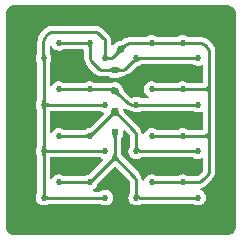
<source format=gtl>
G04 Layer: TopLayer*
G04 EasyEDA v6.5.40, 2024-02-17 19:59:00*
G04 9a5be75d700b4a6385dc1106f27949ae,10*
G04 Gerber Generator version 0.2*
G04 Scale: 100 percent, Rotated: No, Reflected: No *
G04 Dimensions in millimeters *
G04 leading zeros omitted , absolute positions ,4 integer and 5 decimal *
%FSLAX45Y45*%
%MOMM*%

%ADD10C,0.2200*%
%ADD11C,0.5250*%
%ADD12C,0.6200*%

%LPD*%
G36*
X101244Y-1974088D02*
G01*
X88747Y-1973122D01*
X78486Y-1970786D01*
X68630Y-1966975D01*
X59385Y-1961845D01*
X51003Y-1955444D01*
X43637Y-1947875D01*
X37388Y-1939391D01*
X32410Y-1930044D01*
X28803Y-1920138D01*
X26670Y-1909825D01*
X25908Y-1898751D01*
X25908Y-101244D01*
X26873Y-88747D01*
X29209Y-78486D01*
X33020Y-68630D01*
X38150Y-59385D01*
X44551Y-51003D01*
X52120Y-43637D01*
X60604Y-37388D01*
X69951Y-32410D01*
X79857Y-28803D01*
X90170Y-26670D01*
X101244Y-25908D01*
X1898751Y-25908D01*
X1911248Y-26873D01*
X1921510Y-29209D01*
X1931365Y-33020D01*
X1940610Y-38150D01*
X1948992Y-44551D01*
X1956358Y-52120D01*
X1962607Y-60604D01*
X1967585Y-69951D01*
X1971192Y-79857D01*
X1973325Y-90170D01*
X1974088Y-101244D01*
X1974088Y-1898751D01*
X1973122Y-1911248D01*
X1970786Y-1921510D01*
X1966975Y-1931365D01*
X1961845Y-1940610D01*
X1955444Y-1948992D01*
X1947875Y-1956358D01*
X1939391Y-1962607D01*
X1930044Y-1967585D01*
X1920138Y-1971192D01*
X1909825Y-1973325D01*
X1898751Y-1974088D01*
G37*

%LPC*%
G36*
X342798Y-1722069D02*
G01*
X353517Y-1721612D01*
X364083Y-1719478D01*
X374091Y-1715668D01*
X383387Y-1710334D01*
X387807Y-1707489D01*
X391210Y-1706880D01*
X822858Y-1706880D01*
X825906Y-1707337D01*
X828649Y-1708708D01*
X835152Y-1713179D01*
X844854Y-1717802D01*
X855167Y-1720748D01*
X865835Y-1722069D01*
X876553Y-1721612D01*
X887069Y-1719478D01*
X897077Y-1715668D01*
X906424Y-1710334D01*
X914704Y-1703527D01*
X921816Y-1695500D01*
X927557Y-1686407D01*
X931773Y-1676501D01*
X934364Y-1666087D01*
X935228Y-1655419D01*
X934364Y-1644700D01*
X931773Y-1634286D01*
X927557Y-1624380D01*
X921816Y-1615287D01*
X914704Y-1607261D01*
X906424Y-1600504D01*
X897077Y-1595120D01*
X887069Y-1591310D01*
X876553Y-1589176D01*
X865835Y-1588719D01*
X855167Y-1590040D01*
X844854Y-1592986D01*
X835152Y-1597609D01*
X828649Y-1602079D01*
X825906Y-1603451D01*
X822858Y-1603908D01*
X773480Y-1603908D01*
X769213Y-1602943D01*
X765708Y-1600250D01*
X763676Y-1596339D01*
X763473Y-1591970D01*
X765149Y-1587906D01*
X768400Y-1584909D01*
X776376Y-1580286D01*
X784707Y-1573530D01*
X791819Y-1565503D01*
X797560Y-1556410D01*
X801776Y-1546504D01*
X805281Y-1532331D01*
X807313Y-1529435D01*
X942797Y-1393952D01*
X946099Y-1391716D01*
X950010Y-1390954D01*
X953871Y-1391716D01*
X957173Y-1393952D01*
X1066190Y-1502968D01*
X1067460Y-1504492D01*
X1072743Y-1512417D01*
X1073708Y-1514195D01*
X1077366Y-1522984D01*
X1077925Y-1524914D01*
X1079804Y-1534261D01*
X1080008Y-1536242D01*
X1080008Y-1609852D01*
X1079449Y-1613052D01*
X1077925Y-1615948D01*
X1075080Y-1619758D01*
X1070102Y-1629257D01*
X1066698Y-1639417D01*
X1064971Y-1650034D01*
X1064971Y-1660753D01*
X1066698Y-1671370D01*
X1070102Y-1681530D01*
X1075080Y-1691081D01*
X1081532Y-1699666D01*
X1089304Y-1707083D01*
X1098143Y-1713179D01*
X1107846Y-1717802D01*
X1118158Y-1720748D01*
X1128826Y-1722069D01*
X1139545Y-1721612D01*
X1150061Y-1719478D01*
X1160119Y-1715668D01*
X1169416Y-1710334D01*
X1173784Y-1707489D01*
X1177188Y-1706880D01*
X1608886Y-1706880D01*
X1611884Y-1707337D01*
X1614627Y-1708708D01*
X1621129Y-1713179D01*
X1630832Y-1717802D01*
X1641144Y-1720748D01*
X1651812Y-1722069D01*
X1662531Y-1721612D01*
X1673047Y-1719478D01*
X1683105Y-1715668D01*
X1692402Y-1710334D01*
X1700733Y-1703527D01*
X1707845Y-1695500D01*
X1713585Y-1686407D01*
X1717802Y-1676501D01*
X1720342Y-1666087D01*
X1721205Y-1655419D01*
X1720342Y-1644700D01*
X1717802Y-1634286D01*
X1713585Y-1624380D01*
X1707845Y-1615287D01*
X1700733Y-1607261D01*
X1692402Y-1600504D01*
X1683105Y-1595120D01*
X1679346Y-1593697D01*
X1675841Y-1591462D01*
X1673504Y-1588008D01*
X1672793Y-1583893D01*
X1673758Y-1579829D01*
X1676247Y-1576527D01*
X1679905Y-1574495D01*
X1685239Y-1572818D01*
X1702663Y-1565503D01*
X1710639Y-1560931D01*
X1717852Y-1554886D01*
X1766976Y-1505864D01*
X1773275Y-1498447D01*
X1782876Y-1484172D01*
X1787550Y-1475638D01*
X1794154Y-1459788D01*
X1797100Y-1450543D01*
X1800707Y-1432458D01*
X1801571Y-1422755D01*
X1801571Y-430479D01*
X1800707Y-420776D01*
X1796999Y-402082D01*
X1794306Y-392684D01*
X1786991Y-375107D01*
X1782521Y-366471D01*
X1771954Y-350621D01*
X1765807Y-343001D01*
X1752346Y-329488D01*
X1744878Y-323240D01*
X1729079Y-312674D01*
X1720494Y-307949D01*
X1702917Y-300634D01*
X1693621Y-297738D01*
X1674977Y-293979D01*
X1663954Y-292912D01*
X1570228Y-292912D01*
X1566824Y-292303D01*
X1562404Y-289509D01*
X1553108Y-284124D01*
X1543050Y-280314D01*
X1532534Y-278180D01*
X1521815Y-277723D01*
X1511147Y-279044D01*
X1500835Y-281990D01*
X1491132Y-286613D01*
X1484630Y-291084D01*
X1481886Y-292455D01*
X1478889Y-292912D01*
X1307185Y-292912D01*
X1303782Y-292303D01*
X1299413Y-289509D01*
X1290116Y-284124D01*
X1280058Y-280314D01*
X1269542Y-278180D01*
X1258824Y-277723D01*
X1248156Y-279044D01*
X1237843Y-281990D01*
X1228140Y-286613D01*
X1221638Y-291084D01*
X1218895Y-292455D01*
X1215898Y-292912D01*
X1086002Y-292912D01*
X1076299Y-293725D01*
X1057605Y-297434D01*
X1048258Y-300177D01*
X1030630Y-307441D01*
X1021943Y-311962D01*
X1011072Y-319074D01*
X1006246Y-321868D01*
X998067Y-325475D01*
X975055Y-332994D01*
X967638Y-336245D01*
X957986Y-342188D01*
X949452Y-349453D01*
X942187Y-357987D01*
X938834Y-363423D01*
X935837Y-366572D01*
X931773Y-368147D01*
X927404Y-367893D01*
X923594Y-365861D01*
X920953Y-362356D01*
X919987Y-358140D01*
X919987Y-323545D01*
X918768Y-314299D01*
X915924Y-305308D01*
X910437Y-292201D01*
X905814Y-284226D01*
X899769Y-277012D01*
X855878Y-233019D01*
X848461Y-226720D01*
X834186Y-217119D01*
X825652Y-212445D01*
X809802Y-205841D01*
X800557Y-202895D01*
X782472Y-199288D01*
X772769Y-198424D01*
X429920Y-198424D01*
X420217Y-199288D01*
X401878Y-202895D01*
X392480Y-205638D01*
X375208Y-212801D01*
X366572Y-217271D01*
X350977Y-227685D01*
X343408Y-233781D01*
X330149Y-246989D01*
X323850Y-254457D01*
X313486Y-270002D01*
X308762Y-278587D01*
X301599Y-295859D01*
X298653Y-305155D01*
X294995Y-323443D01*
X293928Y-334467D01*
X293928Y-428904D01*
X293420Y-432155D01*
X291896Y-435000D01*
X289102Y-438759D01*
X284124Y-448259D01*
X280720Y-458419D01*
X278993Y-469036D01*
X278993Y-479755D01*
X280720Y-490372D01*
X284124Y-500532D01*
X289102Y-510082D01*
X291947Y-513892D01*
X293471Y-516737D01*
X294030Y-519988D01*
X294030Y-821791D01*
X293471Y-825042D01*
X291947Y-827938D01*
X289102Y-831748D01*
X284124Y-841248D01*
X280720Y-851408D01*
X278993Y-862025D01*
X278993Y-872744D01*
X280720Y-883361D01*
X284124Y-893571D01*
X289102Y-903071D01*
X291947Y-906881D01*
X293471Y-909777D01*
X294030Y-912977D01*
X294030Y-1216812D01*
X293471Y-1220012D01*
X291947Y-1222908D01*
X289102Y-1226718D01*
X284124Y-1236268D01*
X280720Y-1246428D01*
X278993Y-1257046D01*
X278993Y-1267764D01*
X280720Y-1278382D01*
X284124Y-1288542D01*
X289102Y-1298041D01*
X291947Y-1301851D01*
X293471Y-1304747D01*
X294030Y-1307998D01*
X294030Y-1609801D01*
X293471Y-1613052D01*
X291947Y-1615897D01*
X289102Y-1619758D01*
X284124Y-1629257D01*
X280720Y-1639417D01*
X278993Y-1650034D01*
X278993Y-1660753D01*
X280720Y-1671370D01*
X284124Y-1681530D01*
X289102Y-1691081D01*
X295554Y-1699666D01*
X303276Y-1707083D01*
X312115Y-1713179D01*
X321818Y-1717802D01*
X332130Y-1720748D01*
G37*

%LPD*%
G36*
X1177188Y-815898D02*
G01*
X1173784Y-815289D01*
X1169416Y-812495D01*
X1160119Y-807110D01*
X1150061Y-803300D01*
X1139545Y-801166D01*
X1128826Y-800709D01*
X1118158Y-802030D01*
X1107846Y-805027D01*
X1098143Y-809599D01*
X1095959Y-811123D01*
X1092301Y-812698D01*
X1088288Y-812698D01*
X1083818Y-810666D01*
X1082243Y-809447D01*
X1030732Y-757885D01*
X1026312Y-752957D01*
X1024077Y-748842D01*
X1020419Y-735634D01*
X1016965Y-724966D01*
X1013764Y-717651D01*
X1007821Y-707999D01*
X1000556Y-699465D01*
X992022Y-692200D01*
X982471Y-686308D01*
X972108Y-682040D01*
X961237Y-679399D01*
X949198Y-678535D01*
X939139Y-679043D01*
X930249Y-680059D01*
X922324Y-681431D01*
X906068Y-684784D01*
X897128Y-685749D01*
X890066Y-685901D01*
X784199Y-685901D01*
X780796Y-685292D01*
X776376Y-682498D01*
X767080Y-677113D01*
X757072Y-673303D01*
X746556Y-671169D01*
X735787Y-670712D01*
X725170Y-672033D01*
X714857Y-675030D01*
X705154Y-679602D01*
X698601Y-684123D01*
X695858Y-685444D01*
X692861Y-685901D01*
X521208Y-685901D01*
X517804Y-685292D01*
X513384Y-682498D01*
X504088Y-677113D01*
X494080Y-673303D01*
X483565Y-671169D01*
X472795Y-670712D01*
X462127Y-672033D01*
X451815Y-675030D01*
X442112Y-679602D01*
X433324Y-685698D01*
X425551Y-693166D01*
X419100Y-701751D01*
X416204Y-707288D01*
X413308Y-710692D01*
X409194Y-712520D01*
X404774Y-712470D01*
X400761Y-710438D01*
X398018Y-706932D01*
X397002Y-702564D01*
X397002Y-520293D01*
X397408Y-517448D01*
X398576Y-514858D01*
X404571Y-505409D01*
X408787Y-495503D01*
X411378Y-485089D01*
X412242Y-474421D01*
X411378Y-463702D01*
X408787Y-453288D01*
X404571Y-443382D01*
X398526Y-433832D01*
X397357Y-431190D01*
X396951Y-428396D01*
X396951Y-379069D01*
X397916Y-374700D01*
X400659Y-371195D01*
X404672Y-369214D01*
X409143Y-369112D01*
X413207Y-370941D01*
X416102Y-374345D01*
X419100Y-380085D01*
X425551Y-388620D01*
X433324Y-396087D01*
X442112Y-402183D01*
X451815Y-406806D01*
X462127Y-409752D01*
X472795Y-411073D01*
X483565Y-410616D01*
X494080Y-408482D01*
X504088Y-404672D01*
X513384Y-399288D01*
X517804Y-396494D01*
X521208Y-395884D01*
X676859Y-395884D01*
X680720Y-396697D01*
X684022Y-398881D01*
X686206Y-402183D01*
X687019Y-406044D01*
X687019Y-454914D01*
X687832Y-464616D01*
X691946Y-485241D01*
X694639Y-494639D01*
X702716Y-514045D01*
X707186Y-522681D01*
X718820Y-540156D01*
X725881Y-548741D01*
X783437Y-606247D01*
X790854Y-611886D01*
X799185Y-616254D01*
X816356Y-623316D01*
X825246Y-625652D01*
X834593Y-626516D01*
X887374Y-626516D01*
X893978Y-626872D01*
X898448Y-628192D01*
X910386Y-634949D01*
X920394Y-640029D01*
X927811Y-642924D01*
X938834Y-645566D01*
X950010Y-646480D01*
X961186Y-645566D01*
X972108Y-642975D01*
X982929Y-638454D01*
X998474Y-630580D01*
X1007364Y-626770D01*
X1015441Y-624535D01*
X1028496Y-621842D01*
X1037894Y-619099D01*
X1056030Y-611632D01*
X1064666Y-607110D01*
X1080922Y-596290D01*
X1089456Y-589280D01*
X1135583Y-543153D01*
X1137920Y-541426D01*
X1140714Y-540410D01*
X1150061Y-538480D01*
X1160119Y-534670D01*
X1169416Y-529336D01*
X1173784Y-526491D01*
X1177188Y-525881D01*
X1608886Y-525881D01*
X1611884Y-526338D01*
X1614627Y-527710D01*
X1621129Y-532180D01*
X1630832Y-536803D01*
X1641144Y-539750D01*
X1651812Y-541070D01*
X1662531Y-540613D01*
X1673047Y-538480D01*
X1683308Y-534568D01*
X1687322Y-533247D01*
X1691538Y-533704D01*
X1695196Y-535787D01*
X1697685Y-539242D01*
X1698548Y-543356D01*
X1698548Y-675741D01*
X1697786Y-679653D01*
X1695551Y-682904D01*
X1692300Y-685139D01*
X1688388Y-685901D01*
X1570228Y-685901D01*
X1566824Y-685292D01*
X1562404Y-682498D01*
X1553108Y-677113D01*
X1543050Y-673303D01*
X1532534Y-671169D01*
X1521815Y-670712D01*
X1511147Y-672033D01*
X1500835Y-675030D01*
X1491132Y-679602D01*
X1484630Y-684123D01*
X1481886Y-685444D01*
X1478838Y-685901D01*
X1307236Y-685901D01*
X1303782Y-685292D01*
X1299413Y-682498D01*
X1290116Y-677113D01*
X1280058Y-673303D01*
X1269542Y-671169D01*
X1258824Y-670712D01*
X1248156Y-672033D01*
X1237843Y-675030D01*
X1228140Y-679602D01*
X1219301Y-685698D01*
X1211580Y-693166D01*
X1205128Y-701751D01*
X1200099Y-711250D01*
X1196695Y-721410D01*
X1194968Y-732028D01*
X1194968Y-742746D01*
X1196695Y-753364D01*
X1200099Y-763574D01*
X1205128Y-773074D01*
X1211580Y-781659D01*
X1219301Y-789076D01*
X1228140Y-795172D01*
X1231036Y-796544D01*
X1234186Y-798880D01*
X1236218Y-802182D01*
X1236827Y-806043D01*
X1236014Y-809853D01*
X1233779Y-813053D01*
X1230528Y-815136D01*
X1226667Y-815898D01*
G37*

%LPD*%
G36*
X409194Y-1107541D02*
G01*
X404774Y-1107440D01*
X400761Y-1105458D01*
X398018Y-1101953D01*
X397002Y-1097584D01*
X397002Y-929081D01*
X397814Y-925169D01*
X399999Y-921918D01*
X403301Y-919683D01*
X407162Y-918921D01*
X822909Y-918921D01*
X825906Y-919378D01*
X828649Y-920699D01*
X835152Y-925169D01*
X844854Y-929792D01*
X849680Y-931164D01*
X853338Y-933145D01*
X855929Y-936447D01*
X856996Y-940511D01*
X856335Y-944626D01*
X854049Y-948131D01*
X738987Y-1063142D01*
X736244Y-1065123D01*
X733044Y-1066088D01*
X725170Y-1067003D01*
X714857Y-1070000D01*
X705154Y-1074623D01*
X698652Y-1079093D01*
X695858Y-1080465D01*
X692861Y-1080922D01*
X521208Y-1080922D01*
X517804Y-1080312D01*
X513384Y-1077468D01*
X504088Y-1072134D01*
X494080Y-1068324D01*
X483565Y-1066139D01*
X472795Y-1065733D01*
X462127Y-1067003D01*
X451815Y-1070000D01*
X442112Y-1074623D01*
X433324Y-1080719D01*
X425551Y-1088136D01*
X419100Y-1096721D01*
X416204Y-1102309D01*
X413308Y-1105712D01*
G37*

%LPD*%
G36*
X1187500Y-1120140D02*
G01*
X1183284Y-1118920D01*
X1179982Y-1116025D01*
X1178204Y-1111961D01*
X1175156Y-1100988D01*
X1166723Y-1080668D01*
X1162202Y-1071981D01*
X1150010Y-1053693D01*
X1143000Y-1045159D01*
X1031087Y-933246D01*
X1026312Y-927963D01*
X1024077Y-923848D01*
X1021384Y-913993D01*
X1021080Y-910082D01*
X1022299Y-906322D01*
X1024890Y-903325D01*
X1028395Y-901547D01*
X1032306Y-901242D01*
X1036066Y-902411D01*
X1042365Y-905865D01*
X1056792Y-911860D01*
X1066088Y-914806D01*
X1081379Y-917854D01*
X1086154Y-918362D01*
X1088593Y-918971D01*
X1090828Y-920140D01*
X1098143Y-925169D01*
X1107846Y-929792D01*
X1118158Y-932789D01*
X1128826Y-934059D01*
X1139545Y-933653D01*
X1150061Y-931468D01*
X1160119Y-927658D01*
X1169416Y-922324D01*
X1173784Y-919530D01*
X1177188Y-918921D01*
X1608886Y-918921D01*
X1611934Y-919378D01*
X1614678Y-920699D01*
X1621129Y-925169D01*
X1630832Y-929792D01*
X1641144Y-932789D01*
X1651812Y-934059D01*
X1662531Y-933653D01*
X1673047Y-931468D01*
X1683308Y-927557D01*
X1687322Y-926236D01*
X1691538Y-926693D01*
X1695196Y-928827D01*
X1697685Y-932230D01*
X1698548Y-936345D01*
X1698548Y-1070762D01*
X1697786Y-1074623D01*
X1695551Y-1077925D01*
X1692300Y-1080109D01*
X1688388Y-1080922D01*
X1570228Y-1080922D01*
X1566773Y-1080312D01*
X1562404Y-1077468D01*
X1553108Y-1072134D01*
X1543050Y-1068324D01*
X1532534Y-1066139D01*
X1521815Y-1065733D01*
X1511147Y-1067003D01*
X1500835Y-1070000D01*
X1491132Y-1074623D01*
X1484630Y-1079093D01*
X1481886Y-1080465D01*
X1478838Y-1080922D01*
X1307185Y-1080922D01*
X1303782Y-1080312D01*
X1299413Y-1077468D01*
X1290116Y-1072134D01*
X1280058Y-1068324D01*
X1269542Y-1066139D01*
X1258824Y-1065733D01*
X1248156Y-1067003D01*
X1237843Y-1070000D01*
X1228140Y-1074623D01*
X1219301Y-1080719D01*
X1211580Y-1088136D01*
X1205128Y-1096721D01*
X1200099Y-1106220D01*
X1197813Y-1113231D01*
X1195527Y-1116990D01*
X1191869Y-1119428D01*
G37*

%LPD*%
G36*
X409194Y-1500530D02*
G01*
X404774Y-1500428D01*
X400761Y-1498447D01*
X398018Y-1494942D01*
X397002Y-1490573D01*
X397002Y-1324051D01*
X397814Y-1320190D01*
X399999Y-1316888D01*
X403301Y-1314704D01*
X407162Y-1313891D01*
X822909Y-1313891D01*
X825906Y-1314348D01*
X828649Y-1315720D01*
X835152Y-1320190D01*
X844956Y-1324813D01*
X848614Y-1326794D01*
X851204Y-1330096D01*
X852271Y-1334109D01*
X851611Y-1338275D01*
X849274Y-1341780D01*
X734314Y-1456740D01*
X731570Y-1458671D01*
X728370Y-1459636D01*
X725170Y-1460042D01*
X714857Y-1462989D01*
X705154Y-1467612D01*
X698652Y-1472082D01*
X695909Y-1473454D01*
X692861Y-1473911D01*
X521208Y-1473911D01*
X517804Y-1473301D01*
X513384Y-1470507D01*
X504088Y-1465122D01*
X494080Y-1461312D01*
X483565Y-1459179D01*
X472795Y-1458722D01*
X462127Y-1460042D01*
X451815Y-1462989D01*
X442112Y-1467612D01*
X433324Y-1473708D01*
X425551Y-1481175D01*
X419100Y-1489710D01*
X416204Y-1495298D01*
X413308Y-1498701D01*
G37*

%LPD*%
G36*
X1188008Y-1511604D02*
G01*
X1183792Y-1510385D01*
X1180490Y-1507490D01*
X1178712Y-1503426D01*
X1177848Y-1499260D01*
X1175156Y-1489913D01*
X1166723Y-1469542D01*
X1162202Y-1460906D01*
X1150010Y-1442618D01*
X1143000Y-1434033D01*
X1006398Y-1297482D01*
X1003706Y-1293774D01*
X1002182Y-1290116D01*
X1001521Y-1285646D01*
X1001521Y-1163167D01*
X1001877Y-1156055D01*
X1003198Y-1151534D01*
X1009954Y-1139647D01*
X1015034Y-1129690D01*
X1017981Y-1122172D01*
X1020622Y-1111199D01*
X1021486Y-1100023D01*
X1021029Y-1094181D01*
X1021537Y-1090117D01*
X1023619Y-1086561D01*
X1026921Y-1084122D01*
X1030884Y-1083208D01*
X1034897Y-1083919D01*
X1038352Y-1086205D01*
X1066190Y-1114044D01*
X1067460Y-1115568D01*
X1072743Y-1123492D01*
X1073708Y-1125270D01*
X1077366Y-1134059D01*
X1077925Y-1135989D01*
X1079804Y-1145336D01*
X1080008Y-1147318D01*
X1080008Y-1216863D01*
X1079449Y-1220063D01*
X1077925Y-1222959D01*
X1075080Y-1226718D01*
X1070102Y-1236268D01*
X1066698Y-1246428D01*
X1064971Y-1257046D01*
X1064971Y-1267764D01*
X1066698Y-1278382D01*
X1070102Y-1288542D01*
X1075080Y-1298041D01*
X1081532Y-1306626D01*
X1089304Y-1314094D01*
X1098143Y-1320190D01*
X1107846Y-1324762D01*
X1118158Y-1327759D01*
X1128826Y-1329080D01*
X1139545Y-1328623D01*
X1150061Y-1326489D01*
X1160119Y-1322679D01*
X1169416Y-1317294D01*
X1173784Y-1314500D01*
X1177188Y-1313891D01*
X1608886Y-1313891D01*
X1611884Y-1314348D01*
X1614678Y-1315720D01*
X1621129Y-1320190D01*
X1630832Y-1324762D01*
X1641144Y-1327759D01*
X1651812Y-1329080D01*
X1662531Y-1328623D01*
X1673047Y-1326489D01*
X1683308Y-1322578D01*
X1687322Y-1321257D01*
X1691538Y-1321714D01*
X1695196Y-1323797D01*
X1697685Y-1327200D01*
X1698548Y-1331366D01*
X1698548Y-1417066D01*
X1697482Y-1423568D01*
X1695094Y-1429715D01*
X1691589Y-1435303D01*
X1690319Y-1436827D01*
X1656130Y-1470914D01*
X1652828Y-1473098D01*
X1648968Y-1473911D01*
X1570177Y-1473911D01*
X1566773Y-1473301D01*
X1562404Y-1470507D01*
X1553108Y-1465122D01*
X1543050Y-1461312D01*
X1532534Y-1459179D01*
X1521815Y-1458722D01*
X1511147Y-1460042D01*
X1500835Y-1462989D01*
X1491132Y-1467612D01*
X1484630Y-1472082D01*
X1481886Y-1473454D01*
X1478889Y-1473911D01*
X1307185Y-1473911D01*
X1303782Y-1473301D01*
X1299413Y-1470507D01*
X1290116Y-1465122D01*
X1280058Y-1461312D01*
X1269542Y-1459179D01*
X1258824Y-1458722D01*
X1248156Y-1460042D01*
X1237843Y-1462989D01*
X1228140Y-1467612D01*
X1219301Y-1473708D01*
X1211580Y-1481175D01*
X1205128Y-1489710D01*
X1200099Y-1499260D01*
X1198321Y-1504696D01*
X1196035Y-1508455D01*
X1192377Y-1510944D01*
G37*

%LPD*%
G36*
X936498Y-547065D02*
G01*
X916686Y-558038D01*
X912368Y-560070D01*
X907643Y-561695D01*
X902208Y-562965D01*
X895807Y-563727D01*
X887984Y-563981D01*
X887984Y-585978D01*
X895807Y-586282D01*
X902258Y-587044D01*
X907643Y-588264D01*
X912368Y-589940D01*
X916686Y-591972D01*
X936498Y-602894D01*
X965504Y-574954D01*
G37*
G36*
X963523Y-547065D02*
G01*
X934516Y-574954D01*
X963523Y-602894D01*
X984250Y-592429D01*
X988771Y-590448D01*
X993648Y-588619D01*
X999236Y-586892D01*
X1005890Y-585165D01*
X1013917Y-583438D01*
X1009650Y-561848D01*
X1002385Y-562914D01*
X996340Y-562914D01*
X991209Y-562102D01*
X986688Y-560578D01*
X982522Y-558495D01*
X969162Y-550113D01*
G37*
G36*
X948994Y-719023D02*
G01*
X941425Y-719480D01*
X935024Y-720293D01*
X913333Y-724662D01*
X907034Y-725576D01*
X899617Y-726186D01*
X890676Y-726440D01*
X890676Y-748436D01*
X897026Y-748690D01*
X902258Y-749604D01*
X906678Y-751027D01*
X910386Y-753008D01*
X913637Y-755446D01*
X916686Y-758444D01*
X926337Y-770026D01*
X964184Y-756310D01*
G37*
G36*
X939037Y-739038D02*
G01*
X939850Y-779272D01*
X946200Y-781354D01*
X961593Y-785571D01*
X966063Y-787196D01*
X970584Y-789330D01*
X975258Y-792327D01*
X980389Y-796340D01*
X986078Y-801624D01*
X1001623Y-786079D01*
X996340Y-780389D01*
X992327Y-775258D01*
X989330Y-770585D01*
X987196Y-766064D01*
X985570Y-761593D01*
X981354Y-746201D01*
X979271Y-739851D01*
G37*
G36*
X939037Y-914044D02*
G01*
X939800Y-954278D01*
X951839Y-957884D01*
X961542Y-960526D01*
X966063Y-962152D01*
X970534Y-964336D01*
X975258Y-967282D01*
X980389Y-971296D01*
X986078Y-976630D01*
X1001623Y-961085D01*
X996289Y-955395D01*
X992327Y-950264D01*
X989330Y-945540D01*
X987196Y-941069D01*
X985570Y-936548D01*
X981354Y-921207D01*
X979322Y-914806D01*
G37*
G36*
X960983Y-914044D02*
G01*
X920750Y-914806D01*
X918667Y-921207D01*
X914450Y-936548D01*
X912825Y-941069D01*
X910691Y-945540D01*
X907694Y-950264D01*
X903681Y-955344D01*
X898398Y-961034D01*
X913942Y-976630D01*
X919632Y-971296D01*
X924763Y-967282D01*
X929436Y-964336D01*
X933958Y-962152D01*
X938428Y-960526D01*
X948182Y-957884D01*
X960170Y-954278D01*
G37*
G36*
X950010Y-1084478D02*
G01*
X922121Y-1113485D01*
X925169Y-1119479D01*
X933043Y-1133297D01*
X935075Y-1137615D01*
X936701Y-1142339D01*
X937971Y-1147775D01*
X938733Y-1154226D01*
X938987Y-1161999D01*
X960983Y-1161999D01*
X961288Y-1154226D01*
X962050Y-1147775D01*
X963269Y-1142339D01*
X964946Y-1137666D01*
X966978Y-1133297D01*
X974852Y-1119479D01*
X977900Y-1113536D01*
G37*
G36*
X1039368Y-349046D02*
G01*
X1026566Y-356971D01*
X1021334Y-359664D01*
X1016558Y-361797D01*
X1007262Y-365099D01*
X989837Y-370738D01*
X989025Y-410972D01*
X1029258Y-410159D01*
X1031138Y-404063D01*
X1034745Y-388772D01*
X1036218Y-384352D01*
X1038402Y-380136D01*
X1041450Y-375920D01*
X1045768Y-371703D01*
X1051610Y-367334D01*
G37*
G36*
X1010970Y-389026D02*
G01*
X970737Y-389839D01*
X968654Y-396189D01*
X964437Y-411581D01*
X962812Y-416051D01*
X960678Y-420573D01*
X957681Y-425246D01*
X953668Y-430377D01*
X948385Y-436067D01*
X963930Y-451612D01*
X969619Y-446328D01*
X974750Y-442315D01*
X979424Y-439318D01*
X983945Y-437184D01*
X988415Y-435559D01*
X1003808Y-431342D01*
X1010158Y-429259D01*
G37*
D10*
X1524482Y-1132408D02*
G01*
X1750060Y-1132408D01*
X738504Y-737412D02*
G01*
X937412Y-737412D01*
X949998Y-749998D01*
X949998Y-749998D02*
G01*
X1050140Y-850140D01*
X1062809Y-858606D01*
X1076888Y-864438D01*
X1091831Y-867410D01*
X1131493Y-867410D01*
X1131493Y-867410D02*
G01*
X1654479Y-867410D01*
X1524482Y-737412D02*
G01*
X1750060Y-737412D01*
X1700021Y-1499870D02*
G01*
X1681129Y-1518762D01*
X1665112Y-1525396D01*
X1524482Y-1525396D01*
X1700021Y-1499870D02*
G01*
X1730987Y-1469062D01*
X1740336Y-1455127D01*
X1746775Y-1439636D01*
X1750060Y-1423182D01*
X1750060Y-1132408D01*
X1750060Y-737412D01*
X1750060Y-430029D01*
X1746410Y-411685D01*
X1739252Y-394403D01*
X1728861Y-378851D01*
X1715632Y-365622D01*
X1700080Y-355231D01*
X1682798Y-348073D01*
X1664454Y-344423D01*
X1524507Y-344423D01*
X1131493Y-1229995D02*
G01*
X1137653Y-1244864D01*
X1149035Y-1256245D01*
X1163904Y-1262405D01*
X1654479Y-1262405D01*
X949998Y-1313903D02*
G01*
X1106919Y-1470825D01*
X1118966Y-1488854D01*
X1127264Y-1508887D01*
X1131493Y-1530151D01*
X1131493Y-1622983D01*
X1137653Y-1637852D01*
X1149035Y-1649234D01*
X1163904Y-1655394D01*
X949998Y-924999D02*
G01*
X1106919Y-1081920D01*
X1118966Y-1099949D01*
X1127264Y-1119982D01*
X1131493Y-1141247D01*
X1131493Y-1229995D01*
X949998Y-1099997D02*
G01*
X949998Y-1313903D01*
X763079Y-1500822D01*
X745050Y-1512869D01*
X725017Y-1521167D01*
X703752Y-1525396D01*
X949998Y-924999D02*
G01*
X742589Y-1132408D01*
X738504Y-1132408D01*
X868502Y-1262405D02*
G01*
X345516Y-1262405D01*
X868502Y-867410D02*
G01*
X345516Y-867410D01*
X1106919Y-498970D02*
G01*
X1124948Y-486923D01*
X1144981Y-478624D01*
X1166246Y-474395D01*
X1654479Y-474395D01*
X999997Y-399999D02*
G01*
X1034407Y-365589D01*
X1049954Y-355201D01*
X1067229Y-348046D01*
X1085565Y-344398D01*
X1261490Y-344398D01*
X999997Y-399999D02*
G01*
X940988Y-459008D01*
X929700Y-466552D01*
X916716Y-471929D01*
X904316Y-474395D01*
X885225Y-474395D01*
X868502Y-457672D01*
X799998Y-549998D02*
G01*
X761941Y-511942D01*
X750453Y-494748D01*
X742538Y-475642D01*
X738504Y-455363D01*
X738504Y-376809D01*
X732345Y-361939D01*
X720963Y-350558D01*
X706094Y-344398D01*
X799998Y-549998D02*
G01*
X818494Y-568495D01*
X834174Y-574989D01*
X949998Y-574989D01*
X1106919Y-498970D02*
G01*
X1052700Y-553189D01*
X1036706Y-563874D01*
X1018933Y-571235D01*
X1000066Y-574989D01*
X949998Y-574989D01*
X849884Y-299973D02*
G01*
X863663Y-313753D01*
X868502Y-325434D01*
X868502Y-457672D01*
X849884Y-299973D02*
G01*
X819076Y-269008D01*
X805141Y-259659D01*
X789650Y-253220D01*
X773196Y-249936D01*
X429483Y-249936D01*
X411472Y-253517D01*
X394507Y-260545D01*
X379237Y-270748D01*
X366252Y-283733D01*
X356049Y-299003D01*
X349021Y-315968D01*
X345439Y-333979D01*
X345439Y-474471D01*
X1163904Y-1655394D02*
G01*
X1654479Y-1655394D01*
X1524482Y-1525396D02*
G01*
X1261490Y-1525396D01*
X1524482Y-1132408D02*
G01*
X1261490Y-1132408D01*
X706094Y-344398D02*
G01*
X475513Y-344398D01*
X1261490Y-344398D02*
G01*
X1524482Y-344398D01*
X1524482Y-737412D02*
G01*
X1261490Y-737412D01*
X738504Y-737412D02*
G01*
X475513Y-737412D01*
X738504Y-1132408D02*
G01*
X475513Y-1132408D01*
X703752Y-1525396D02*
G01*
X475513Y-1525396D01*
X345516Y-1622983D02*
G01*
X351675Y-1637852D01*
X363057Y-1649234D01*
X377926Y-1655394D01*
X868502Y-1655394D01*
X345516Y-1622983D02*
G01*
X345516Y-1262405D01*
X345516Y-867410D02*
G01*
X345516Y-1262405D01*
X345516Y-474395D02*
G01*
X345516Y-867410D01*
D11*
G01*
X345516Y-474395D03*
G01*
X345516Y-867410D03*
G01*
X345516Y-1262405D03*
G01*
X345516Y-1655394D03*
G01*
X475513Y-344398D03*
G01*
X475513Y-737412D03*
G01*
X475513Y-1132408D03*
G01*
X475513Y-1525396D03*
G01*
X738504Y-344398D03*
G01*
X738504Y-737412D03*
G01*
X738504Y-1132408D03*
G01*
X738504Y-1525396D03*
G01*
X868502Y-474395D03*
G01*
X868502Y-867410D03*
G01*
X868502Y-1262405D03*
G01*
X868502Y-1655394D03*
G01*
X1131493Y-474395D03*
G01*
X1131493Y-867410D03*
G01*
X1131493Y-1262405D03*
G01*
X1131493Y-1655394D03*
G01*
X1261490Y-344398D03*
G01*
X1261490Y-737412D03*
G01*
X1261490Y-1132408D03*
G01*
X1261490Y-1525396D03*
G01*
X1524482Y-344398D03*
G01*
X1524482Y-737412D03*
G01*
X1524482Y-1132408D03*
G01*
X1524482Y-1525396D03*
G01*
X1654479Y-474395D03*
G01*
X1654479Y-867410D03*
G01*
X1654479Y-1262405D03*
G01*
X1654479Y-1655394D03*
D10*
G75*
G01*
X957392Y-757392D02*
G03*
X909157Y-737413I-48235J-48235D01*
G75*
G01*
X714334Y-1132408D02*
G03*
X762569Y-1112429I0J68214D01*
G75*
G01*
X974534Y-949536D02*
G03*
X925462Y-949536I-24536J-24535D01*
G75*
G01*
X930018Y-1333884D02*
G03*
X949998Y-1285649I-48234J48235D01*
G75*
G01*
X974534Y-1338440D02*
G03*
X925462Y-1338440I-24536J-24536D01*
G75*
G01*
X949998Y-1285649D02*
G03*
X969978Y-1333884I68214J0D01*
G75*
G01*
X1715361Y-737413D02*
G03*
X1750060Y-702714I0J34699D01*
G75*
G01*
X1750060Y-772112D02*
G03*
X1715361Y-737413I-34699J0D01*
G75*
G01*
X1715361Y-1132408D02*
G03*
X1750060Y-1097709I0J34699D01*
G75*
G01*
X1750060Y-1167107D02*
G03*
X1715361Y-1132408I-34699J0D01*
G75*
G01*
X380215Y-1262405D02*
G03*
X345516Y-1297104I0J-34699D01*
G75*
G01*
X345516Y-1227706D02*
G03*
X380215Y-1262405I34699J0D01*
G75*
G01*
X380215Y-867410D02*
G03*
X345516Y-902109I0J-34699D01*
G75*
G01*
X345516Y-832711D02*
G03*
X380215Y-867410I34699J0D01*
D12*
G01*
X950010Y-1099997D03*
G01*
X950010Y-924991D03*
G01*
X950010Y-750011D03*
G01*
X950010Y-574979D03*
G01*
X999997Y-399999D03*
G01*
X99999Y-99999D03*
G01*
X99999Y-299999D03*
G01*
X99999Y-499998D03*
G01*
X99999Y-699998D03*
G01*
X99999Y-899998D03*
G01*
X99999Y-1099997D03*
G01*
X99999Y-1299997D03*
G01*
X99999Y-1499996D03*
G01*
X99999Y-1699996D03*
G01*
X1899996Y-99999D03*
G01*
X1899996Y-299999D03*
G01*
X1899996Y-1499996D03*
G01*
X1899996Y-1699996D03*
G01*
X1399997Y-1374978D03*
G01*
X450011Y-1024991D03*
G01*
X450011Y-475005D03*
G01*
X449935Y-1399971D03*
G01*
X1399997Y-1024991D03*
G01*
X1399997Y-650011D03*
M02*

</source>
